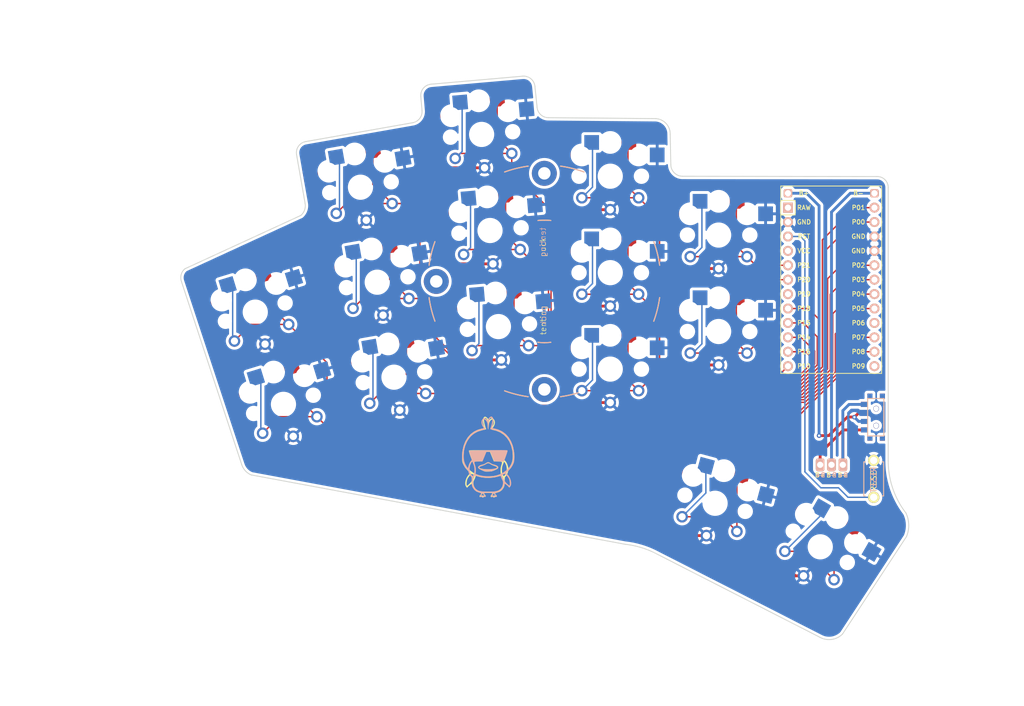
<source format=kicad_pcb>
(kicad_pcb (version 20211014) (generator pcbnew)
  (title_block (title "board") (rev "v1.0.0") (company "Unknown"))
  (layers (0 "F.Cu" signal) (31 "B.Cu" signal) (34 "B.Paste" user) (35 "F.Paste" user) (36 "B.SilkS" user "B.Silkscreen") (37 "F.SilkS" user "F.Silkscreen") (38 "B.Mask" user) (39 "F.Mask" user) (44 "Edge.Cuts" user))
  (net 0 "")
  (net 1 "P6")
  (net 2 "GND")
  (net 3 "P5")
  (net 4 "P4")
  (net 5 "P3")
  (net 6 "P2")
  (net 7 "P0")
  (net 8 "P1")
  (net 9 "P18")
  (net 10 "P15")
  (net 11 "P14")
  (net 12 "P16")
  (net 13 "P10")
  (net 14 "P19")
  (net 15 "P20")
  (net 16 "P21")
  (net 17 "P7")
  (net 18 "P8")
  (net 19 "P9")
  (net 20 "RAW")
  (net 21 "RST")
  (net 22 "VCC")
  (net 23 "Bplus")
  (net 24 "Bminus")
  (net 25 "Braw")
  (footprint "E73:SPDT_C128955" (layer "F.Cu") (at 162.287367 -64.212667 -90)
    (fp_text reference "T1" hide)
    (fp_text value "" hide)
  )
  (footprint "lib:bat" (layer "F.Cu") (at 154.411087 -55.816483)
    (fp_text reference "PAD1" hide)
    (fp_text value "" hide)
  )
  (footprint "kbd:ResetSW" (layer "F.Cu") (at 161.85 -53.34 -90)
    (fp_text reference "B1" hide)
    (fp_text value "")
  )
  (footprint "PG1350" (layer "F.Cu") (at 71.38711 -104.745067 10)
    (fp_text reference "S11" hide)
    (fp_text value "" hide)
  )
  (footprint "PG1350" (layer "F.Cu") (at 152.428645 -41.360213 150)
    (fp_text reference "S34" hide)
    (fp_text value "" hide)
  )
  (footprint "PG1350" (layer "F.Cu") (at 94.221643 -97.114167 5)
    (fp_text reference "S15" hide)
    (fp_text value "" hide)
  )
  (footprint "PG1350" (layer "F.Cu") (at 115.411087 -89.686017)
    (fp_text reference "S21" hide)
    (fp_text value "" hide)
  )
  (footprint "PG1350" (layer "F.Cu") (at 77.291148 -71.261603 -170)
    (fp_text reference "S8" hide)
    (fp_text value "" hide)
  )
  (footprint "PG1350" (layer "F.Cu") (at 95.703291 -80.178857 -175)
    (fp_text reference "S14" hide)
    (fp_text value "" hide)
  )
  (footprint "PG1350" (layer "F.Cu") (at 115.411087 -72.686017 180)
    (fp_text reference "S20" hide)
    (fp_text value "" hide)
  )
  (footprint "PG1350" (layer "F.Cu") (at 134.517334 -79.310985 180)
    (fp_text reference "S28" hide)
    (fp_text value "" hide)
  )
  (footprint "PG1350" (layer "F.Cu") (at 134.517334 -96.310985)
    (fp_text reference "S29" hide)
    (fp_text value "" hide)
  )
  (footprint "LOGO" (layer "F.Cu") (at 93.819755 -55.859733)
    (fp_text reference "G***" hide)
    (fp_text value "LOGO" hide)
  )
  (footprint "PG1350" (layer "F.Cu") (at 152.428645 -41.360213 -30)
    (fp_text reference "S33" hide)
    (fp_text value "" hide)
  )
  (footprint "PG1350" (layer "F.Cu") (at 77.291148 -71.261603 10)
    (fp_text reference "S7" hide)
    (fp_text value "" hide)
  )
  (footprint "E73:SPDT_C128955" (layer "F.Cu") (at 162.287367 -64.212667 -90)
    (fp_text reference "T2" hide)
    (fp_text value "" hide)
  )
  (footprint "PG1350" (layer "F.Cu") (at 52.842259 -82.729963 17)
    (fp_text reference "S5" hide)
    (fp_text value "" hide)
  )
  (footprint "PG1350" (layer "F.Cu") (at 134.517334 -79.310985)
    (fp_text reference "S27" hide)
    (fp_text value "" hide)
  )
  (footprint "PG1350" (layer "F.Cu") (at 74.339129 -88.003335 10)
    (fp_text reference "S9" hide)
    (fp_text value "" hide)
  )
  (footprint "PG1350" (layer "F.Cu") (at 94.221643 -97.114167 -175)
    (fp_text reference "S16" hide)
    (fp_text value "" hide)
  )
  (footprint "PG1350" (layer "F.Cu") (at 134.517334 -96.310985 180)
    (fp_text reference "S30" hide)
    (fp_text value "" hide)
  )
  (footprint "PG1350" (layer "F.Cu") (at 95.703291 -80.178857 5)
    (fp_text reference "S13" hide)
    (fp_text value "" hide)
  )
  (footprint "PG1350" (layer "F.Cu") (at 115.411087 -106.686017 180)
    (fp_text reference "S24" hide)
    (fp_text value "" hide)
  )
  (footprint "PG1350" (layer "F.Cu") (at 92.739996 -114.049477 5)
    (fp_text reference "S17" hide)
    (fp_text value "" hide)
  )
  (footprint "PG1350" (layer "F.Cu") (at 57.812578 -66.472782 -163)
    (fp_text reference "S4" hide)
    (fp_text value "" hide)
  )
  (footprint "PG1350" (layer "F.Cu") (at 74.339129 -88.003335 -170)
    (fp_text reference "S10" hide)
    (fp_text value "" hide)
  )
  (footprint "PG1350" (layer "F.Cu") (at 115.411087 -89.686017 180)
    (fp_text reference "S22" hide)
    (fp_text value "" hide)
  )
  (footprint "PG1350" (layer "F.Cu") (at 133.891046 -49.038738 -15)
    (fp_text reference "S31" hide)
    (fp_text value "" hide)
  )
  (footprint "ProMicro" (layer "F.Cu") (at 154.357213 -87.172542 -90)
    (fp_text reference "MCU1" hide)
    (fp_text value "" hide)
  )
  (footprint "PG1350" (layer "F.Cu") (at 57.812578 -66.472782 17)
    (fp_text reference "S3" hide)
    (fp_text value "" hide)
  )
  (footprint "PG1350" (layer "F.Cu") (at 133.891046 -49.038738 165)
    (fp_text reference "S32" hide)
    (fp_text value "" hide)
  )
  (footprint "Alaa:Tenting_Puck_3_Holes" (layer "F.Cu") (at 103.79722 -88.141427)
    (fp_text reference "REF**")
    (fp_text value "Tenting Puck")
  )
  (footprint "PG1350" (layer "F.Cu") (at 71.38711 -104.745067 -170)
    (fp_text reference "S12" hide)
    (fp_text value "" hide)
  )
  (footprint "PG1350" (layer "F.Cu") (at 115.411087 -106.686017)
    (fp_text reference "S23" hide)
    (fp_text value "" hide)
  )
  (footprint "PG1350" (layer "F.Cu") (at 52.842259 -82.729963 -163)
    (fp_text reference "S6" hide)
    (fp_text value "" hide)
  )
  (footprint "PG1350" (layer "F.Cu") (at 115.411087 -72.686017)
    (fp_text reference "S19" hide)
    (fp_text value "" hide)
  )
  (footprint "PG1350" (layer "F.Cu") (at 92.739996 -114.049477 -175)
    (fp_text reference "S18" hide)
    (fp_text value "" hide)
  )
  (footprint "LOGO" (layer "B.Cu") (at 93.98 -55.88 180)
    (fp_text reference "G***" hide)
    (fp_text value "LOGO" hide)
  )
  (gr_arc (start 104.509588 -117.005368) (mid 103.158397 -117.530806) (end 102.517198 -118.831058) (layer "Edge.Cuts") (width 0.15))
  (gr_line (start 126.088253 -108.703396) (end 125.984 -114.046) (layer "Edge.Cuts") (width 0.15))
  (gr_arc (start 82.233091 -118.259454) (mid 81.827408 -116.867619) (end 80.587997 -116.115527) (layer "Edge.Cuts") (width 0.15))
  (gr_arc (start 167.528587 -47.330455) (mid 168.024672 -45.267049) (end 167.64 -43.18) (layer "Edge.Cuts") (width 0.15))
  (gr_arc (start 167.528587 -47.330455) (mid 165.211835 -51.649611) (end 164.411087 -56.485027) (layer "Edge.Cuts") (width 0.15))
  (gr_line (start 60.120825 -110.475759) (end 61.630489 -101.874615) (layer "Edge.Cuts") (width 0.15))
  (gr_line (start 118.067797 -41.80264) (end 52.13573 -54.028933) (layer "Edge.Cuts") (width 0.15))
  (gr_line (start 83.834124 -122.906984) (end 99.972478 -124.318907) (layer "Edge.Cuts") (width 0.15))
  (gr_arc (start 52.13573 -54.028933) (mid 51.093996 -54.760565) (end 50.45086 -55.859129) (layer "Edge.Cuts") (width 0.15))
  (gr_line (start 162.411086 -106.629429) (end 128.117202 -106.676472) (layer "Edge.Cuts") (width 0.15))
  (gr_line (start 104.509588 -117.005368) (end 123.444 -116.84) (layer "Edge.Cuts") (width 0.15))
  (gr_line (start 39.815446 -88.161643) (end 50.45086 -55.859129) (layer "Edge.Cuts") (width 0.15))
  (gr_arc (start 99.972478 -124.318908) (mid 101.432366 -123.858608) (end 102.139179 -122.500829) (layer "Edge.Cuts") (width 0.15))
  (gr_arc (start 128.117202 -106.676472) (mid 126.698658 -107.285463) (end 126.088253 -108.703396) (layer "Edge.Cuts") (width 0.15))
  (gr_arc (start 60.120826 -110.475759) (mid 60.452137 -111.970208) (end 61.743144 -112.792671) (layer "Edge.Cuts") (width 0.15))
  (gr_line (start 156.354214 -25.985787) (end 167.64 -43.18) (layer "Edge.Cuts") (width 0.15))
  (gr_arc (start 118.067797 -41.80264) (mid 120.992158 -41.190657) (end 123.746692 -40.034594) (layer "Edge.Cuts") (width 0.15))
  (gr_line (start 152.4 -25.4) (end 123.746692 -40.034594) (layer "Edge.Cuts") (width 0.15))
  (gr_arc (start 123.444 -116.84) (mid 125.278785 -115.956422) (end 125.984 -114.046) (layer "Edge.Cuts") (width 0.15))
  (gr_arc (start 156.354214 -25.985787) (mid 154.473897 -25.039536) (end 152.4 -25.4) (layer "Edge.Cuts") (width 0.15))
  (gr_arc (start 39.815446 -88.161643) (mid 39.788585 -89.36909) (end 40.458272 -90.379598) (layer "Edge.Cuts") (width 0.15))
  (gr_line (start 102.139179 -122.500829) (end 102.517198 -118.831058) (layer "Edge.Cuts") (width 0.15))
  (gr_line (start 61.743144 -112.792671) (end 80.587997 -116.115527) (layer "Edge.Cuts") (width 0.15))
  (gr_arc (start 61.630489 -101.874615) (mid 61.532287 -100.734816) (end 60.891088 -99.781795) (layer "Edge.Cuts") (width 0.15))
  (gr_arc (start 82.016046 -120.740284) (mid 82.476347 -122.20017) (end 83.834124 -122.906984) (layer "Edge.Cuts") (width 0.15))
  (gr_line (start 40.458272 -90.379598) (end 60.891088 -99.781795) (layer "Edge.Cuts") (width 0.15))
  (gr_line (start 82.23309 -118.259454) (end 82.016046 -120.740283) (layer "Edge.Cuts") (width 0.15))
  (gr_arc (start 162.411086 -106.629429) (mid 163.838502 -106.070136) (end 164.411086 -104.648) (layer "Edge.Cuts") (width 0.15))
  (gr_line (start 164.411087 -56.485027) (end 164.411086 -104.648) (layer "Edge.Cuts") (width 0.15))
  (segment (start 108.15356 -75.418544) (end 107.136087 -76.436017) (width 0.5) (layer "F.Cu") (net 2))
  (segment (start 63.384822 -105.421809) (end 62.586645 -106.219986) (width 0.5) (layer "F.Cu") (net 2))
  (segment (start 96.21751 -74.301308) (end 89.760656 -74.301308) (width 0.5) (layer "F.Cu") (net 2))
  (segment (start 134.517334 -90.410985) (end 128.150955 -90.410985) (width 0.5) (layer "F.Cu") (net 2))
  (segment (start 63.384822 -100.80225) (end 63.384822 -105.421809) (width 0.5) (layer "F.Cu") (net 2))
  (segment (start 128.789852 -73.410985) (end 126.242334 -75.958503) (width 0.5) (layer "F.Cu") (net 2))
  (segment (start 75.363653 -82.192969) (end 74.347654 -81.17697) (width 0.5) (layer "F.Cu") (net 2))
  (segment (start 115.411087 -66.786017) (end 109.81576 -66.786017) (width 0.5) (layer "F.Cu") (net 2))
  (segment (start 126.242334 -92.319606) (end 126.242334 -100.060985) (width 0.5) (layer "F.Cu") (net 2))
  (segment (start 108.15356 -68.448217) (end 108.15356 -75.418544) (width 0.5) (layer "F.Cu") (net 2))
  (segment (start 62.586645 -106.219986) (end 62.586645 -107.001157) (width 0.5) (layer "F.Cu") (net 2))
  (segment (start 66.26837 -97.918702) (end 63.384822 -100.80225) (width 0.5) (layer "F.Cu") (net 2))
  (segment (start 74.347654 -81.17697) (end 68.485407 -81.17697) (width 0.5) (layer "F.Cu") (net 2))
  (segment (start 71.813295 -64.435238) (end 68.490683 -67.75785) (width 0.5) (layer "F.Cu") (net 2))
  (segment (start 89.760656 -74.301308) (end 87.132946 -76.929018) (width 0.5) (layer "F.Cu") (net 2))
  (segment (start 125.807135 -53.741241) (end 126.868581 -54.802687) (width 0.5) (layer "F.Cu") (net 2))
  (segment (start 109.81576 -66.786017) (end 108.15356 -68.448217) (width 0.5) (layer "F.Cu") (net 2))
  (segment (start 49.917361 -65.987885) (end 48.802762 -67.102484) (width 0.5) (layer "F.Cu") (net 2))
  (segment (start 144.4244 -39.868068) (end 144.4244 -46.032423) (width 0.5) (layer "F.Cu") (net 2))
  (segment (start 125.807135 -45.471746) (end 125.807135 -53.741241) (width 0.5) (layer "F.Cu") (net 2))
  (segment (start 59.537571 -60.830584) (end 58.196209 -59.489222) (width 0.5) (layer "F.Cu") (net 2))
  (segment (start 77.299673 -64.435238) (end 71.813295 -64.435238) (width 0.5) (layer "F.Cu") (net 2))
  (segment (start 115.411087 -83.786017) (end 108.973745 -83.786017) (width 0.5) (layer "F.Cu") (net 2))
  (segment (start 78.315672 -65.451237) (end 77.299673 -64.435238) (width 0.5) (layer "F.Cu") (net 2))
  (segment (start 58.196209 -59.489222) (end 53.137791 -59.489222) (width 0.5) (layer "F.Cu") (net 2))
  (segment (start 71.395635 -97.918702) (end 66.26837 -97.918702) (width 0.5) (layer "F.Cu") (net 2))
  (segment (start 132.364014 -43.339776) (end 127.939105 -43.339776) (width 0.5) (layer "F.Cu") (net 2))
  (segment (start 53.137791 -59.489222) (end 49.917361 -62.709652) (width 0.5) (layer "F.Cu") (net 2))
  (segment (start 134.517334 -73.410985) (end 128.789852 -73.410985) (width 0.5) (layer "F.Cu") (net 2))
  (segment (start 107.136087 -103.216201) (end 107.136087 -110.436017) (width 0.5) (layer "F.Cu") (net 2))
  (segment (start 86.601289 -108.171928) (end 86.570217 -108.140856) (width 0.5) (layer "F.Cu") (net 2))
  (segment (start 93.254215 -108.171928) (end 86.601289 -108.171928) (width 0.5) (layer "F.Cu") (net 2))
  (segment (start 115.411087 -100.786017) (end 109.566271 -100.786017) (width 0.5) (layer "F.Cu") (net 2))
  (segment (start 68.485407 -81.17697) (end 65.538664 -84.123713) (width 0.5) (layer "F.Cu") (net 2))
  (segment (start 85.651298 -93.599163) (end 85.651298 -100.128683) (width 0.5) (layer "F.Cu") (net 2))
  (segment (start 65.538664 -84.123713) (end 65.538664 -90.259425) (width 0.5) (layer "F.Cu") (net 2))
  (segment (start 48.802762 -67.102484) (end 48.802762 -67.639549) (width 0.5) (layer "F.Cu") (net 2))
  (segment (start 144.4244 -46.032423) (end 147.137285 -48.745308) (width 0.5) (layer "F.Cu") (net 2))
  (segment (start 127.939105 -43.339776) (end 125.807135 -45.471746) (width 0.5) (layer "F.Cu") (net 2))
  (segment (start 148.041805 -36.250663) (end 144.4244 -39.868068) (width 0.5) (layer "F.Cu") (net 2))
  (segment (start 108.15356 -76.015027) (end 107.136087 -77.0325) (width 0.5) (layer "F.Cu") (net 2))
  (segment (start 109.566271 -100.786017) (end 107.136087 -103.216201) (width 0.5) (layer "F.Cu") (net 2))
  (segment (start 94.735862 -91.236618) (end 88.013843 -91.236618) (width 0.5) (layer "F.Cu") (net 2))
  (segment (start 48.232895 -75.218284) (end 44.864298 -78.586881) (width 0.5) (layer "F.Cu") (net 2))
  (segment (start 87.132946 -76.929018) (end 87.132946 -83.193373) (width 0.5) (layer "F.Cu") (net 2))
  (segment (start 88.013843 -91.236618) (end 85.651298 -93.599163) (width 0.5) (layer "F.Cu") (net 2))
  (segment (start 108.973745 -83.786017) (end 107.136087 -85.623675) (width 0.5) (layer "F.Cu") (net 2))
  (segment (start 128.150955 -90.410985) (end 126.242334 -92.319606) (width 0.5) (layer "F.Cu") (net 2))
  (segment (start 44.864298 -78.586881) (end 44.864298 -82.864875) (width 0.5) (layer "F.Cu") (net 2))
  (segment (start 86.570217 -108.140856) (end 84.169651 -110.541422) (width 0.5) (layer "F.Cu") (net 2))
  (segment (start 54.567252 -77.087765) (end 52.697771 -75.218284) (width 0.5) (layer "F.Cu") (net 2))
  (segment (start 72.411634 -98.934701) (end 71.395635 -97.918702) (width 0.5) (layer "F.Cu") (net 2))
  (segment (start 149.478645 -36.250663) (end 148.041805 -36.250663) (width 0.5) (layer "F.Cu") (net 2))
  (segment (start 68.490683 -67.75785) (end 68.490683 -73.517693) (width 0.5) (layer "F.Cu") (net 2))
  (segment (start 52.697771 -75.218284) (end 48.232895 -75.218284) (width 0.5) (layer "F.Cu") (net 2))
  (segment (start 107.136087 -85.623675) (end 107.136087 -93.436017) (width 0.5) (layer "F.Cu") (net 2))
  (segment (start 44.864298 -82.864875) (end 43.832443 -83.89673) (width 0.5) (layer "F.Cu") (net 2))
  (segment (start 49.917361 -62.709652) (end 49.917361 -65.987885) (width 0.5) (layer "F.Cu") (net 2))
  (segment (start 126.242334 -75.958503) (end 126.242334 -83.060985) (width 0.5) (layer "F.Cu") (net 2))
  (segment (start 84.169651 -110.541422) (end 84.169651 -117.063993) (width 0.5) (layer "F.Cu") (net 2))
  (segment (start 149.748864 -66.830877) (end 155.077894 -72.159909) (width 0.25) (layer "F.Cu") (net 3))
  (segment (start 159.562542 -83.362542) (end 161.977213 -83.362542) (width 0.25) (layer "F.Cu") (net 3))
  (segment (start 155.077894 -78.877894) (end 159.562542 -83.362542) (width 0.25) (layer "F.Cu") (net 3))
  (segment (start 59.204864 -68.800932) (end 63.705114 -64.300682) (width 0.25) (layer "F.Cu") (net 3))
  (segment (start 63.705114 -64.300682) (end 64.955316 -63.05048) (width 0.25) (layer "F.Cu") (net 3))
  (segment (start 121.872336 -61.654585) (end 127.048629 -66.830877) (width 0.25) (layer "F.Cu") (net 3))
  (segment (start 64.955316 -63.05048) (end 81.210742 -63.05048) (width 0.25) (layer "F.Cu") (net 3))
  (segment (start 89.748263 -71.588001) (end 93.84192 -71.588001) (width 0.25) (layer "F.Cu") (net 3))
  (segment (start 100.944526 -64.485396) (end 106.796666 -64.485396) (width 0.25) (layer "F.Cu") (net 3))
  (segment (start 81.210742 -63.05048) (end 81.474064 -63.313803) (width 0.25) (layer "F.Cu") (net 3))
  (segment (start 93.84192 -71.588001) (end 100.944526 -64.485396) (width 0.25) (layer "F.Cu") (net 3))
  (segment (start 109.627477 -61.654585) (end 121.872336 -61.654585) (width 0.25) (layer "F.Cu") (net 3))
  (segment (start 81.474064 -63.313803) (end 89.748263 -71.588001) (width 0.25) (layer "F.Cu") (net 3))
  (segment (start 63.705114 -64.300682) (end 57.065784 -64.300682) (width 0.25) (layer "F.Cu") (net 3))
  (segment (start 106.796666 -64.485396) (end 109.627477 -61.654585) (width 0.25) (layer "F.Cu") (net 3))
  (segment (start 57.065784 -64.300682) (end 54.142067 -61.376965) (width 0.25) (layer "F.Cu") (net 3))
  (segment (start 155.077894 -72.159909) (end 155.077894 -78.877894) (width 0.25) (layer "F.Cu") (net 3))
  (segment (start 127.048629 -66.830877) (end 149.748864 -66.830877) (width 0.25) (layer "F.Cu") (net 3))
  (segment (start 59.204864 -73.120313) (end 59.204864 -68.800932) (width 0.25) (layer "F.Cu") (net 3))
  (segment (start 52.626273 -71.927415) (end 53.827272 -70.726416) (width 0.25) (layer "B.Cu") (net 3))
  (segment (start 53.827272 -70.726416) (end 53.827272 -62.099102) (width 0.25) (layer "B.Cu") (net 3))
  (segment (start 58.734795 -80.557863) (end 65.491195 -73.801463) (width 0.25) (layer "F.Cu") (net 4))
  (segment (start 58.734795 -80.557863) (end 52.095465 -80.557863) (width 0.25) (layer "F.Cu") (net 4))
  (segment (start 54.234545 -89.377494) (end 54.234545 -85.058113) (width 0.25) (layer "F.Cu") (net 4))
  (segment (start 52.095465 -80.557863) (end 49.171748 -77.634146) (width 0.25) (layer "F.Cu") (net 4))
  (segment (start 106.982862 -64.934916) (end 109.813674 -62.104105) (width 0.25) (layer "F.Cu") (net 4))
  (segment (start 54.234545 -85.058113) (end 58.734795 -80.557863) (width 0.25) (layer "F.Cu") (net 4))
  (segment (start 69.468058 -63.5) (end 81.024544 -63.5) (width 0.25) (layer "F.Cu") (net 4))
  (segment (start 121.686139 -62.104105) (end 126.862431 -67.280397) (width 0.25) (layer "F.Cu") (net 4))
  (segment (start 154.628374 -82.455721) (end 158.075195 -85.902542) (width 0.25) (layer "F.Cu") (net 4))
  (segment (start 65.491195 -73.801463) (end 65.491195 -67.476863) (width 0.25) (layer "F.Cu") (net 4))
  (segment (start 101.130723 -64.934916) (end 106.982862 -64.934916) (width 0.25) (layer "F.Cu") (net 4))
  (segment (start 158.075195 -85.902542) (end 161.977213 -85.902542) (width 0.25) (layer "F.Cu") (net 4))
  (segment (start 89.562065 -72.037521) (end 94.028117 -72.037521) (width 0.25) (layer "F.Cu") (net 4))
  (segment (start 109.813674 -62.104105) (end 121.686139 -62.104105) (width 0.25) (layer "F.Cu") (net 4))
  (segment (start 149.562666 -67.280397) (end 154.628374 -72.346106) (width 0.25) (layer "F.Cu") (net 4))
  (segment (start 154.628374 -72.346106) (end 154.628374 -82.455721) (width 0.25) (layer "F.Cu") (net 4))
  (segment (start 81.024544 -63.5) (end 89.562065 -72.037521) (width 0.25) (layer "F.Cu") (net 4))
  (segment (start 126.862431 -67.280397) (end 149.562666 -67.280397) (width 0.25) (layer "F.Cu") (net 4))
  (segment (start 94.028117 -72.037521) (end 101.130723 -64.934916) (width 0.25) (layer "F.Cu") (net 4))
  (segment (start 65.491195 -67.476863) (end 69.468058 -63.5) (width 0.25) (layer "F.Cu") (net 4))
  (segment (start 47.655954 -88.184596) (end 48.856953 -86.983597) (width 0.25) (layer "B.Cu") (net 4))
  (segment (start 48.856953 -86.983597) (end 48.856953 -78.356283) (width 0.25) (layer "B.Cu") (net 4))
  (segment (start 121.499941 -62.553625) (end 126.676233 -67.729917) (width 0.25) (layer "F.Cu") (net 5))
  (segment (start 109.999871 -62.553625) (end 121.499941 -62.553625) (width 0.25) (layer "F.Cu") (net 5))
  (segment (start 94.214315 -72.487041) (end 101.31692 -65.384436) (width 0.25) (layer "F.Cu") (net 5))
  (segment (start 149.376468 -67.729917) (end 154.178854 -72.532303) (width 0.25) (layer "F.Cu") (net 5))
  (segment (start 101.31692 -65.384436) (end 107.16906 -65.384436) (width 0.25) (layer "F.Cu") (net 5))
  (segment (start 79.483187 -71.779437) (end 82.87505 -68.387574) (width 0.25) (layer "F.Cu") (net 5))
  (segment (start 82.87505 -68.387574) (end 85.2764 -68.387574) (width 0.25) (layer "F.Cu") (net 5))
  (segment (start 85.2764 -68.387574) (end 89.375867 -72.487041) (width 0.25) (layer "F.Cu") (net 5))
  (segment (start 126.676233 -67.729917) (end 149.376468 -67.729917) (width 0.25) (layer "F.Cu") (net 5))
  (segment (start 82.87505 -68.387574) (end 74.763453 -68.387574) (width 0.25) (layer "F.Cu") (net 5))
  (segment (start 79.483187 -77.689907) (end 79.483187 -71.779437) (width 0.25) (layer "F.Cu") (net 5))
  (segment (start 74.763453 -68.387574) (end 73.026972 -66.651093) (width 0.25) (layer "F.Cu") (net 5))
  (segment (start 154.178854 -85.854555) (end 156.766841 -88.442542) (width 0.25) (layer "F.Cu") (net 5))
  (segment (start 154.178854 -72.532303) (end 154.178854 -85.854555) (width 0.25) (layer "F.Cu") (net 5))
  (segment (start 89.375867 -72.487041) (end 94.214315 -72.487041) (width 0.25) (layer "F.Cu") (net 5))
  (segment (start 107.16906 -65.384436) (end 109.999871 -62.553625) (width 0.25) (layer "F.Cu") (net 5))
  (segment (start 156.766841 -88.442542) (end 161.977213 -88.442542) (width 0.25) (layer "F.Cu") (net 5))
  (segment (start 73.59045 -67.214571) (end 73.026972 -66.651093) (width 0.25) (layer "B.Cu") (net 5))
  (segment (start 73.032696 -76.552511) (end 73.59045 -75.994757) (width 0.25) (layer "B.Cu") (net 5))
  (segment (start 73.59045 -75.994757) (end 73.59045 -67.214571) (width 0.25) (layer "B.Cu") (net 5))
  (segment (start 84.38648 -82.617802) (end 84.38648 -77.933067) (width 0.25) (layer "F.Cu") (net 6))
  (segment (start 76.531168 -88.521169) (end 79.923031 -85.129306) (width 0.25) (layer "F.Cu") (net 6))
  (segment (start 121.313741 -63.003145) (end 126.490035 -68.179437) (width 0.25) (layer "F.Cu") (net 6))
  (segment (start 76.531168 -94.431639) (end 76.531168 -88.521169) (width 0.25) (layer "F.Cu") (net 6))
  (segment (start 94.400512 -72.936561) (end 101.503117 -65.833956) (width 0.25) (layer "F.Cu") (net 6))
  (segment (start 101.503117 -65.833956) (end 107.355257 -65.833956) (width 0.25) (layer "F.Cu") (net 6))
  (segment (start 81.874976 -85.129306) (end 84.38648 -82.617802) (width 0.25) (layer "F.Cu") (net 6))
  (segment (start 84.38648 -77.933067) (end 89.382986 -72.936561) (width 0.25) (layer "F.Cu") (net 6))
  (segment (start 79.923031 -85.129306) (end 81.874976 -85.129306) (width 0.25) (layer "F.Cu") (net 6))
  (segment (start 110.186071 -63.003145) (end 121.313741 -63.003145) (width 0.25) (layer "F.Cu") (net 6))
  (segment (start 107.355257 -65.833956) (end 110.186071 -63.003145) (width 0.25) (layer "F.Cu") (net 6))
  (segment (start 126.490035 -68.179437) (end 149.19027 -68.179437) (width 0.25) (layer "F.Cu") (net 6))
  (segment (start 79.923031 -85.129306) (end 71.811434 -85.129306) (width 0.25) (layer "F.Cu") (net 6))
  (segment (start 156.084963 -90.982542) (end 161.977213 -90.982542) (width 0.25) (layer "F.Cu") (net 6))
  (segment (start 153.729334 -72.718501) (end 153.729334 -88.626913) (width 0.25) (layer "F.Cu") (net 6))
  (segment (start 71.811434 -85.129306) (end 70.074953 -83.392825) (width 0.25) (layer "F.Cu") (net 6))
  (segment (start 153.729334 -88.626913) (end 156.084963 -90.982542) (width 0.25) (layer "F.Cu") (net 6))
  (segment (start 89.382986 -72.936561) (end 94.400512 -72.936561) (width 0.25) (layer "F.Cu") (net 6))
  (segment (start 149.19027 -68.179437) (end 153.729334 -72.718501) (width 0.25) (layer "F.Cu") (net 6))
  (segment (start 70.638431 -83.956303) (end 70.074953 -83.392825) (width 0.25) (layer "B.Cu") (net 6))
  (segment (start 70.638431 -92.736489) (end 70.638431 -83.956303) (width 0.25) (layer "B.Cu") (net 6))
  (segment (start 70.080677 -93.294243) (end 70.638431 -92.736489) (width 0.25) (layer "B.Cu") (net 6))
  (segment (start 68.859415 -101.871038) (end 67.122934 -100.134557) (width 0.25) (layer "F.Cu") (net 7))
  (segment (start 149.004072 -68.628957) (end 153.249052 -72.873937) (width 0.25) (layer "F.Cu") (net 7))
  (segment (start 158.355429 -98.602542) (end 161.977213 -98.602542) (width 0.25) (layer "F.Cu") (net 7))
  (segment (start 110.372268 -63.452665) (end 121.127544 -63.452665) (width 0.25) (layer "F.Cu") (net 7))
  (segment (start 73.579149 -111.173371) (end 73.579149 -105.262901) (width 0.25) (layer "F.Cu") (net 7))
  (segment (start 84.836 -82.804) (end 84.836 -78.119265) (width 0.25) (layer "F.Cu") (net 7))
  (segment (start 79.561162 -101.871038) (end 81.858703 -99.573497) (width 0.25) (layer "F.Cu") (net 7))
  (segment (start 89.569184 -73.386081) (end 94.586709 -73.386081) (width 0.25) (layer "F.Cu") (net 7))
  (segment (start 107.541455 -66.283476) (end 110.372268 -63.452665) (width 0.25) (layer "F.Cu") (net 7))
  (segment (start 76.971012 -101.871038) (end 68.859415 -101.871038) (width 0.25) (layer "F.Cu") (net 7))
  (segment (start 126.303837 -68.628957) (end 149.004072 -68.628957) (width 0.25) (layer "F.Cu") (net 7))
  (segment (start 153.249052 -93.496165) (end 158.355429 -98.602542) (width 0.25) (layer "F.Cu") (net 7))
  (segment (start 101.689314 -66.283476) (end 107.541455 -66.283476) (width 0.25) (layer "F.Cu") (net 7))
  (segment (start 153.249052 -72.873937) (end 153.249052 -93.496165) (width 0.25) (layer "F.Cu") (net 7))
  (segment (start 81.858703 -85.781297) (end 84.836 -82.804) (width 0.25) (layer "F.Cu") (net 7))
  (segment (start 84.836 -78.119265) (end 89.569184 -73.386081) (width 0.25) (layer "F.Cu") (net 7))
  (segment (start 121.127544 -63.452665) (end 126.303837 -68.628957) (width 0.25) (layer "F.Cu") (net 7))
  (segment (start 81.858703 -99.573497) (end 81.858703 -85.781297) (width 0.25) (layer "F.Cu") (net 7))
  (segment (start 76.971012 -101.871038) (end 79.561162 -101.871038) (width 0.25) (layer "F.Cu") (net 7))
  (segment (start 73.579149 -105.262901) (end 76.971012 -101.871038) (width 0.25) (layer "F.Cu") (net 7))
  (segment (start 94.586709 -73.386081) (end 101.689314 -66.283476) (width 0.25) (layer "F.Cu") (net 7))
  (segment (start 67.686412 -100.698035) (end 67.122934 -100.134557) (width 0.25) (layer "B.Cu") (net 7))
  (segment (start 67.128658 -110.035975) (end 67.686412 -109.478221) (width 0.25) (layer "B.Cu") (net 7))
  (segment (start 67.686412 -109.478221) (end 67.686412 -100.698035) (width 0.25) (layer "B.Cu") (net 7))
  (segment (start 91.925067 -76.829096) (end 91.053509 -75.957538) (width 0.25) (layer "F.Cu") (net 8))
  (segment (start 152.799532 -73.060135) (end 152.799532 -95.461145) (width 0.25) (layer "F.Cu") (net 8))
  (segment (start 104.07916 -73.484347) (end 106.68 -70.883507) (width 0.25) (layer "F.Cu") (net 8))
  (segment (start 101.015456 -76.829096) (end 102.844128 -76.829096) (width 0.25) (layer "F.Cu") (net 8))
  (segment (start 101.015456 -76.829096) (end 98.447252 -79.3973) (width 0.25) (layer "F.Cu") (net 8))
  (segment (start 98.447252 -79.3973) (end 98.447252 -86.391651) (width 0.25) (layer "F.Cu") (net 8))
  (segment (start 126.117639 -69.078477) (end 148.817874 -69.078477) (width 0.25) (layer "F.Cu") (net 8))
  (segment (start 152.799532 -95.461145) (end 158.480929 -101.142542) (width 0.25) (layer "F.Cu") (net 8))
  (segment (start 110.558465 -63.902185) (end 120.941347 -63.902185) (width 0.25) (layer "F.Cu") (net 8))
  (segment (start 120.941347 -63.902185) (end 126.117639 -69.078477) (width 0.25) (layer "F.Cu") (net 8))
  (segment (start 104.07916 -75.594064) (end 104.07916 -73.484347) (width 0.25) (layer "F.Cu") (net 8))
  (segment (start 148.817874 -69.078477) (end 152.799532 -73.060135) (width 0.25) (layer "F.Cu") (net 8))
  (segment (start 101.015456 -76.829096) (end 91.925067 -76.829096) (width 0.25) (layer "F.Cu") (net 8))
  (segment (start 106.68 -70.883507) (end 106.680001 -67.780648) (width 0.25) (layer "F.Cu") (net 8))
  (segment (start 102.844128 -76.829096) (end 104.07916 -75.594064) (width 0.25) (layer "F.Cu") (net 8))
  (segment (start 158.480929 -101.142542) (end 161.977213 -101.142542) (width 0.25) (layer "F.Cu") (net 8))
  (segment (start 106.680001 -67.780648) (end 110.558465 -63.902185) (width 0.25) (layer "F.Cu") (net 8))
  (segment (start 92.270004 -77.174033) (end 91.053509 -75.957538) (width 0.25) (layer "B.Cu") (net 8))
  (segment (start 91.922177 -85.82078) (end 92.270004 -85.472953) (width 0.25) (layer "B.Cu") (net 8))
  (segment (start 92.270004 -85.472953) (end 92.270004 -77.174033) (width 0.25) (layer "B.Cu") (net 8))
  (segment (start 110.744662 -64.351705) (end 120.755149 -64.351705) (width 0.25) (layer "F.Cu") (net 9))
  (segment (start 104.52868 -88.769534) (end 104.52868 -73.670546) (width 0.25) (layer "F.Cu") (net 9))
  (segment (start 152.350012 -73.246333) (end 152.350012 -81.329988) (width 0.25) (layer "F.Cu") (net 9))
  (segment (start 99.533808 -93.764406) (end 90.443419 -93.764406) (width 0.25) (layer "F.Cu") (net 9))
  (segment (start 96.965604 -96.33261) (end 99.533808 -93.764406) (width 0.25) (layer "F.Cu") (net 9))
  (segment (start 107.12952 -67.966846) (end 107.392843 -67.703524) (width 0.25) (layer "F.Cu") (net 9))
  (segment (start 150.317458 -83.362542) (end 146.737213 -83.362542) (width 0.25) (layer "F.Cu") (net 9))
  (segment (start 107.392843 -67.703524) (end 110.744662 -64.351705) (width 0.25) (layer "F.Cu") (net 9))
  (segment (start 99.533808 -93.764406) (end 104.52868 -88.769534) (width 0.25) (layer "F.Cu") (net 9))
  (segment (start 148.631676 -69.527997) (end 152.350012 -73.246333) (width 0.25) (layer "F.Cu") (net 9))
  (segment (start 125.931441 -69.527997) (end 148.631676 -69.527997) (width 0.25) (layer "F.Cu") (net 9))
  (segment (start 96.965604 -103.326961) (end 96.965604 -96.33261) (width 0.25) (layer "F.Cu") (net 9))
  (segment (start 90.443419 -93.764406) (end 89.571861 -92.892848) (width 0.25) (layer "F.Cu") (net 9))
  (segment (start 107.12952 -71.069705) (end 107.12952 -67.966846) (width 0.25) (layer "F.Cu") (net 9))
  (segment (start 152.350012 -81.329988) (end 150.317458 -83.362542) (width 0.25) (layer "F.Cu") (net 9))
  (segment (start 104.52868 -73.670546) (end 107.12952 -71.069705) (width 0.25) (layer "F.Cu") (net 9))
  (segment (start 120.755149 -64.351705) (end 125.931441 -69.527997) (width 0.25) (layer "F.Cu") (net 9))
  (segment (start 90.788356 -94.109343) (end 89.571861 -92.892848) (width 0.25) (layer "B.Cu") (net 9))
  (segment (start 90.440529 -102.75609) (end 90.788356 -102.408263) (width 0.25) (layer "B.Cu") (net 9))
  (segment (start 90.788356 -102.408263) (end 90.788356 -94.109343) (width 0.25) (layer "B.Cu") (net 9))
  (segment (start 148.445478 -69.977517) (end 151.900492 -73.432531) (width 0.25) (layer "F.Cu") (net 10))
  (segment (start 120.568951 -64.801225) (end 125.745243 -69.977517) (width 0.25) (layer "F.Cu") (net 10))
  (segment (start 98.052161 -107.541789) (end 104.9782 -100.61575) (width 0.25) (layer "F.Cu") (net 10))
  (segment (start 151.900492 -78.376564) (end 149.454514 -80.822542) (width 0.25) (layer "F.Cu") (net 10))
  (segment (start 98.052161 -110.699716) (end 98.052161 -107.541789) (width 0.25) (layer "F.Cu") (net 10))
  (segment (start 95.483957 -120.262271) (end 95.483957 -113.26792) (width 0.25) (layer "F.Cu") (net 10))
  (segment (start 125.745243 -69.977517) (end 148.445478 -69.977517) (width 0.25) (layer "F.Cu") (net 10))
  (segment (start 110.930859 -64.801225) (end 120.568951 -64.801225) (width 0.25) (layer "F.Cu") (net 10))
  (segment (start 107.57904 -71.255902) (end 107.57904 -68.153044) (width 0.25) (layer "F.Cu") (net 10))
  (segment (start 88.961772 -110.699716) (end 88.090214 -109.828158) (width 0.25) (layer "F.Cu") (net 10))
  (segment (start 149.454514 -80.822542) (end 146.737213 -80.822542) (width 0.25) (layer "F.Cu") (net 10))
  (segment (start 98.052161 -110.699716) (end 88.961772 -110.699716) (width 0.25) (layer "F.Cu") (net 10))
  (segment (start 151.900492 -73.432531) (end 151.900492 -78.376564) (width 0.25) (layer "F.Cu") (net 10))
  (segment (start 104.9782 -100.61575) (end 104.9782 -73.856744) (width 0.25) (layer "F.Cu") (net 10))
  (segment (start 95.483957 -113.26792) (end 98.052161 -110.699716) (width 0.25) (layer "F.Cu") (net 10))
  (segment (start 104.9782 -73.856744) (end 107.57904 -71.255902) (width 0.25) (layer "F.Cu") (net 10))
  (segment (start 107.57904 -68.153044) (end 110.930859 -64.801225) (width 0.25) (layer "F.Cu") (net 10))
  (segment (start 89.306709 -111.044653) (end 88.090214 -109.828158) (width 0.25) (layer "B.Cu") (net 10))
  (segment (start 89.306709 -119.343573) (end 89.306709 -111.044653) (width 0.25) (layer "B.Cu") (net 10))
  (segment (start 88.958882 -119.6914) (end 89.306709 -119.343573) (width 0.25) (layer "B.Cu") (net 10))
  (segment (start 148.25928 -70.427037) (end 121.952107 -70.427037) (width 0.25) (layer "F.Cu") (net 11))
  (segment (start 146.737213 -78.282542) (end 149.026535 -78.282542) (width 0.25) (layer "F.Cu") (net 11))
  (segment (start 120.411087 -68.886017) (end 110.411087 -68.886017) (width 0.25) (layer "F.Cu") (net 11))
  (segment (start 118.536566 -78.486496) (end 118.536566 -70.760538) (width 0.25) (layer "F.Cu") (net 11))
  (segment (start 151.450972 -75.858105) (end 151.450972 -73.618729) (width 0.25) (layer "F.Cu") (net 11))
  (segment (start 151.450972 -73.618729) (end 148.25928 -70.427037) (width 0.25) (layer "F.Cu") (net 11))
  (segment (start 118.536566 -70.760538) (end 120.411087 -68.886017) (width 0.25) (layer "F.Cu") (net 11))
  (segment (start 118.686087 -78.636017) (end 118.536566 -78.486496) (width 0.25) (layer "F.Cu") (net 11))
  (segment (start 149.026535 -78.282542) (end 151.450972 -75.858105) (width 0.25) (layer "F.Cu") (net 11))
  (segment (start 121.952107 -70.427037) (end 120.411087 -68.886017) (width 0.25) (layer "F.Cu") (net 11))
  (segment (start 112.285608 -79.029475) (end 112.285608 -70.760538) (width 0.25) (layer "B.Cu") (net 11))
  (segment (start 112.285608 -70.760538) (end 110.411087 -68.886017) (width 0.25) (layer "B.Cu") (net 11))
  (segment (start 118.536566 -87.760538) (end 120.411087 -85.886017) (width 0.25) (layer "F.Cu") (net 12))
  (segment (start 123.65488 -82.642224) (end 123.65488 -72.872083) (width 0.25) (layer "F.Cu") (net 12))
  (segment (start 110.411087 -85.886017) (end 120.411087 -85.886017) (width 0.25) (layer "F.Cu") (net 12))
  (segment (start 148.073083 -70.876557) (end 151.001452 -73.804926) (width 0.25) (layer "F.Cu") (net 12))
  (segment (start 118.536566 -95.486496) (end 118.536566 -87.760538) (width 0.25) (layer "F.Cu") (net 12))
  (segment (start 149.86 -75.742542) (end 146.737213 -75.742542) (width 0.25) (layer "F.Cu") (net 12))
  (segment (start 120.411087 -85.886017) (end 123.65488 -82.642224) (width 0.25) (layer "F.Cu") (net 12))
  (segment (start 123.65488 -72.872083) (end 125.650407 -70.876557) (width 0.25) (layer "F.Cu") (net 12))
  (segment (start 151.001452 -74.60109) (end 149.86 -75.742542) (width 0.25) (layer "F.Cu") (net 12))
  (segment (start 151.001452 -73.804926) (end 151.001452 -74.60109) (width 0.25) (layer "F.Cu") (net 12))
  (segment (start 118.686087 -95.636017) (end 118.536566 -95.486496) (width 0.25) (layer "F.Cu") (net 12))
  (segment (start 125.650407 -70.876557) (end 148.073083 -70.876557) (width 0.25) (layer "F.Cu") (net 12))
  (segment (start 112.285608 -96.029475) (end 112.285608 -87.760538) (width 0.25) (layer "B.Cu") (net 12))
  (segment (start 112.285608 -87.760538) (end 110.411087 -85.886017) (width 0.25) (layer "B.Cu") (net 12))
  (segment (start 118.536566 -112.486496) (end 118.536566 -104.760538) (width 0.25) (layer "F.Cu") (net 13))
  (segment (start 124.1044 -99.192704) (end 124.1044 -73.058281) (width 0.25) (layer "F.Cu") (net 13))
  (segment (start 125.836604 -71.326077) (end 144.860748 -71.326077) (width 0.25) (layer "F.Cu") (net 13))
  (segment (start 120.411087 -102.886017) (end 110.411087 -102.886017) (width 0.25) (layer "F.Cu") (net 13))
  (segment (start 118.686087 -112.636017) (end 118.536566 -112.486496) (width 0.25) (layer "F.Cu") (net 13))
  (segment (start 124.1044 -73.058281) (end 125.836604 -71.326077) (width 0.25) (layer "F.Cu") (net 13))
  (segment (start 144.860748 -71.326077) (end 146.737213 -73.202542) (width 0.25) (layer "F.Cu") (net 13))
  (segment (start 120.411087 -102.886017) (end 124.1044 -99.192704) (width 0.25) (layer "F.Cu") (net 13))
  (segment (start 118.536566 -104.760538) (end 120.411087 -102.886017) (width 0.25) (layer "F.Cu") (net 13))
  (segment (start 112.285608 -104.760538) (end 110.411087 -102.886017) (width 0.25) (layer "B.Cu") (net 13))
  (segment (start 112.285608 -113.029475) (end 112.285608 -104.760538) (width 0.25) (layer "B.Cu") (net 13))
  (segment (start 142.839945 -86.764638) (end 144.517849 -88.442542) (width 0.25) (layer "F.Cu") (net 15))
  (segment (start 139.517334 -75.510985) (end 142.839945 -78.833596) (width 0.25) (layer "F.Cu") (net 15))
  (segment (start 137.642813 -77.385506) (end 137.642813 -85.111464) (width 0.25) (layer "F.Cu") (net 15))
  (segment (start 142.839945 -78.833596) (end 142.839945 -86.764638) (width 0.25) (layer "F.Cu") (net 15))
  (segment (start 139.517334 -75.510985) (end 137.642813 -77.385506) (width 0.25) (layer "F.Cu") (net 15))
  (segment (start 137.642813 -85.111464) (end 137.792334 -85.260985) (width 0.25) (layer "F.Cu") (net 15))
  (segment (start 144.517849 -88.442542) (end 146.737213 -88.442542) (width 0.25) (layer "F.Cu") (net 15))
  (segment (start 129.517334 -75.510985) (end 139.517334 -75.510985) (width 0.25) (layer "F.Cu") (net 15))
  (segment (start 131.572 -77.134241) (end 129.377759 -74.94) (width 0.25) (layer "B.Cu") (net 15))
  (segment (start 131.572 -84.220759) (end 131.572 -77.134241) (width 0.25) (layer "B.Cu") (net 15))
  (segment (start 131.102759 -84.69) (end 131.572 -84.220759) (width 0.25) (layer "B.Cu") (net 15))
  (segment (start 137.642813 -94.385506) (end 137.642813 -102.111464) (width 0.25) (layer "F.Cu") (net 16))
  (segment (start 141.043317 -90.985002) (end 146.734753 -90.985002) (width 0.25) (layer "F.Cu") (net 16))
  (segment (start 137.642813 -102.111464) (end 137.792334 -102.260985) (width 0.25) (layer "F.Cu") (net 16))
  (segment (start 139.517334 -92.510985) (end 137.642813 -94.385506) (width 0.25) (layer "F.Cu") (net 16))
  (segment (start 139.517334 -92.510985) (end 141.043317 -90.985002) (width 0.25) (layer "F.Cu") (net 16))
  (segment (start 129.517334 -92.510985) (end 139.517334 -92.510985) (width 0.25) (layer "F.Cu") (net 16))
  (segment (start 146.734753 -90.985002) (end 146.737213 -90.982542) (width 0.25) (layer "F.Cu") (net 16))
  (segment (start 131.572 -101.220759) (end 131.572 -94.134241) (width 0.25) (layer "B.Cu") (net 16))
  (segment (start 129.948744 -92.510985) (end 129.517334 -92.510985) (width 0.25) (layer "B.Cu") (net 16))
  (segment (start 131.572 -94.134241) (end 129.948744 -92.510985) (width 0.25) (layer "B.Cu") (net 16))
  (segment (start 131.102759 -101.69) (end 131.572 -101.220759) (width 0.25) (layer "B.Cu") (net 16))
  (segment (start 138.594426 -57.234809) (end 144.105134 -62.745517) (width 0.25) (layer "F.Cu") (net 17))
  (segment (start 135.148973 -46.662315) (end 128.077904 -46.662315) (width 0.25) (layer "F.Cu") (net 17))
  (segment (start 137.737163 -44.074125) (end 135.148973 -46.662315) (width 0.25) (layer "F.Cu") (net 17))
  (segment (start 138.594426 -53.938364) (end 137.737163 -53.081101) (width 0.25) (layer "F.Cu") (net 17))
  (segment (start 138.594426 -53.938364) (end 138.594426 -57.234809) (width 0.25) (layer "F.Cu") (net 17))
  (segment (start 155.527414 -76.055724) (end 157.754232 -78.282542) (width 0.25) (layer "F.Cu") (net 17))
  (segment (start 137.737163 -53.081101) (end 137.737163 -44.074125) (width 0.25) (layer "F.Cu") (net 17))
  (segment (start 144.105134 -62.745517) (end 146.29922 -62.745517) (width 0.25) (layer "F.Cu") (net 17))
  (segment (start 157.754232 -78.282542) (end 161.977213 -78.282542) (width 0.25) (layer "F.Cu") (net 17))
  (segment (start 146.29922 -62.745517) (end 155.527414 -71.973711) (width 0.25) (layer "F.Cu") (net 17))
  (segment (start 155.527414 -71.973711) (end 155.527414 -76.055724) (width 0.25) (layer "F.Cu") (net 17))
  (segment (start 132.267612 -55.633629) (end 132.267612 -50.852023) (width 0.25) (layer "B.Cu") (net 17))
  (segment (start 132.267612 -50.852023) (end 128.077904 -46.662315) (width 0.25) (layer "B.Cu") (net 17))
  (segment (start 155.976934 -71.787514) (end 155.976934 -73.318293) (width 0.25) (layer "F.Cu") (net 18))
  (segment (start 154.94 -50.8) (end 152.428562 -50.8) (width 0.25) (layer "F.Cu") (net 18))
  (segment (start 158.239878 -44.875564) (end 158.239878 -47.500122) (width 0.25) (layer "F.Cu") (net 18))
  (segment (start 152.428562 -50.8) (end 146.633666 -56.594896) (width 0.25) (layer "F.Cu") (net 18))
  (segment (start 149.858772 -40.569316) (end 146.198518 -40.569316) (width 0.25) (layer "F.Cu") (net 18))
  (segment (start 158.239878 -44.875564) (end 154.858772 -41.494458) (width 0.25) (layer "F.Cu") (net 18))
  (segment (start 158.239878 -47.500122) (end 154.94 -50.8) (width 0.25) (layer "F.Cu") (net 18))
  (segment (start 146.633666 -62.444245) (end 155.976934 -71.787514) (width 0.25) (layer "F.Cu") (net 18))
  (segment (start 154.858772 -35.569316) (end 149.858772 -40.569316) (width 0.25) (layer "F.Cu") (net 18))
  (segment (start 155.976934 -73.318293) (end 158.401183 -75.742542) (width 0.25) (layer "F.Cu") (net 18))
  (segment (start 158.401183 -75.742542) (end 161.977213 -75.742542) (width 0.25) (layer "F.Cu") (net 18))
  (segment (start 154.858772 -41.494458) (end 154.858772 -35.569316) (width 0.25) (layer "F.Cu") (net 18))
  (segment (start 146.633666 -56.594896) (end 146.633666 -62.444245) (width 0.25) (layer "F.Cu") (net 18))
  (segment (start 152.567412 -46.93821) (end 146.198518 -40.569316) (width 0.25) (layer "B.Cu") (net 18))
  (segment (start 152.567412 -48.150564) (end 152.567412 -46.93821) (width 0.25) (layer "B.Cu") (net 18))
  (segment (start 161.85 -50.09) (end 157.314658 -50.09) (width 0.25) (layer "B.Cu") (net 21))
  (segment (start 149.724507 -95.263089) (end 148.925054 -96.062542) (width 0.25) (layer "B.Cu") (net 21))
  (segment (start 155.643295 -51.761363) (end 152.535932 -51.761363) (width 0.25) (layer "B.Cu") (net 21))
  (segment (start 152.535932 -51.761363) (end 149.724507 -54.572788) (width 0.25) (layer "B.Cu") (net 21))
  (segment (start 149.724507 -54.572788) (end 149.724507 -95.263089) (width 0.25) (layer "B.Cu") (net 21))
  (segment (start 148.925054 -96.062542) (end 146.737213 -96.062542) (width 0.25) (layer "B.Cu") (net 21))
  (segment (start 157.314658 -50.09) (end 155.643295 -51.761363) (width 0.25) (layer "B.Cu") (net 21))
  (segment (start 158.44848 -64.212667) (end 159.19848 -64.962667) (width 0.5) (layer "F.Cu") (net 23))
  (segment (start 159.19848 -64.962667) (end 160.212367 -64.962667) (width 0.5) (layer "F.Cu") (net 23))
  (segment (start 153.925813 -60.96) (end 152.2222 -60.96) (width 0.5) (layer "F.Cu") (net 23))
  (segment (start 158.44848 -64.212667) (end 158.42308 -64.238067) (width 0.5) (layer "F.Cu") (net 23))
  (segment (start 158.42308 -64.238067) (end 157.20388 -64.238067) (width 0.5) (layer "F.Cu") (net 23))
  (segment (start 157.20388 -64.238067) (end 153.925813 -60.96) (width 0.5) (layer "F.Cu") (net 23))
  (via (at 158.44848 -64.212667) (size 0.8) (drill 0.4) (layers "F.Cu" "B.Cu") (net 23))
  (via (at 152.2222 -60.96) (size 0.8) (drill 0.4) (layers "F.Cu" "B.Cu") (net 23))
  (segment (start 152.2222 -101.475273) (end 150.014931 -103.682542) (width 0.5) (layer "B.Cu") (net 23))
  (segment (start 150.014931 -103.682542) (end 146.737213 -103.682542) (width 0.5) (layer "B.Cu") (net 23))
  (segment (start 152.2222 -60.96) (end 152.2222 -101.475273) (width 0.5) (layer "B.Cu") (net 23))
  (segment (start 159.19848 -63.462667) (end 160.212367 -63.462667) (width 0.5) (layer "B.Cu") (net 23))
  (segment (start 158.44848 -64.212667) (end 159.19848 -63.462667) (width 0.5) (layer "B.Cu") (net 23))
  (segment (start 157.722438 -103.682542) (end 161.977213 -103.682542) (width 0.5) (layer "B.Cu") (net 24))
  (segment (start 154.411087 -100.371191) (end 157.722438 -103.682542) (width 0.5) (layer "B.Cu") (net 24))
  (segment (start 154.411087 -55.816483) (end 154.411087 -100.371191) (width 0.5) (layer "B.Cu") (net 24))
  (segment (start 156.404976 -55.822594) (end 156.404976 -61.85796) (width 0.5) (layer "F.Cu") (net 25))
  (segment (start 156.509683 -61.962667) (end 156.404976 -61.85796) (width 0.5) (layer "F.Cu") (net 25))
  (segment (start 152.522243 -58.000522) (end 152.411087 -57.889366) (width 0.5) (layer "F.Cu") (net 25))
  (segment (start 160.212367 -61.962667) (end 156.509683 -61.962667) (width 0.5) (layer "F.Cu") (net 25))
  (segment (start 156.404976 -61.85796) (end 152.547538 -58.000522) (width 0.5) (layer "F.Cu") (net 25))
  (segment (start 152.547538 -58.000522) (end 152.522243 -58.000522) (width 0.5) (layer "F.Cu") (net 25))
  (segment (start 152.411087 -57.889366) (end 152.411087 -55.816483) (width 0.5) (layer "F.Cu") (net 25))
  (segment (start 156.411087 -65.364588) (end 156.411087 -55.816483) (width 0.5) (layer "B.Cu") (net 25))
  (segment (start 157.509166 -66.462667) (end 156.411087 -65.364588) (width 0.5) (layer "B.Cu") (net 25))
  (segment (start 160.212367 -66.462667) (end 157.509166 -66.462667) (width 0.5) (layer "B.Cu") (net 25))
  (zone (net 2) (net_name "GND") (layer "B.Cu") (connect_pads (clearance 0.508)) (min_thickness 0.254) (fill yes (thermal_gap 0.508) (thermal_bridge_width 0.508))
    (polygon (pts (xy 182.3974 -114.5794) (xy 188.341 -13.2842) (xy 40.4622 -17.3228) (xy 7.8486 -109.982) (xy 86.7918 -137.7442)))
  )
)
</source>
